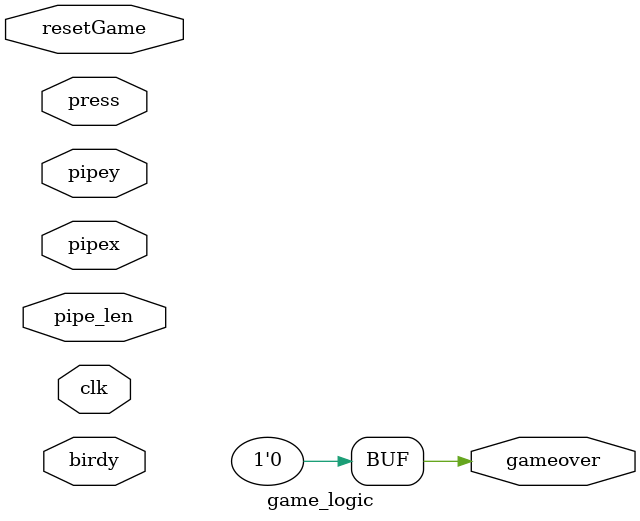
<source format=sv>
module game_logic(clk, resetGame, press, gameover, birdy, pipex, pipey, pipe_len);
	input logic clk, resetGame, press;
    input logic [9:0] pipex;
	input logic [8:0] pipe_len;
	input logic [8:0] birdy, pipey;
	output logic gameover;
	
	always_comb begin
		// if(birdy) collision logic
	
	end
	
	assign gameover = 0; // temporary

endmodule

</source>
